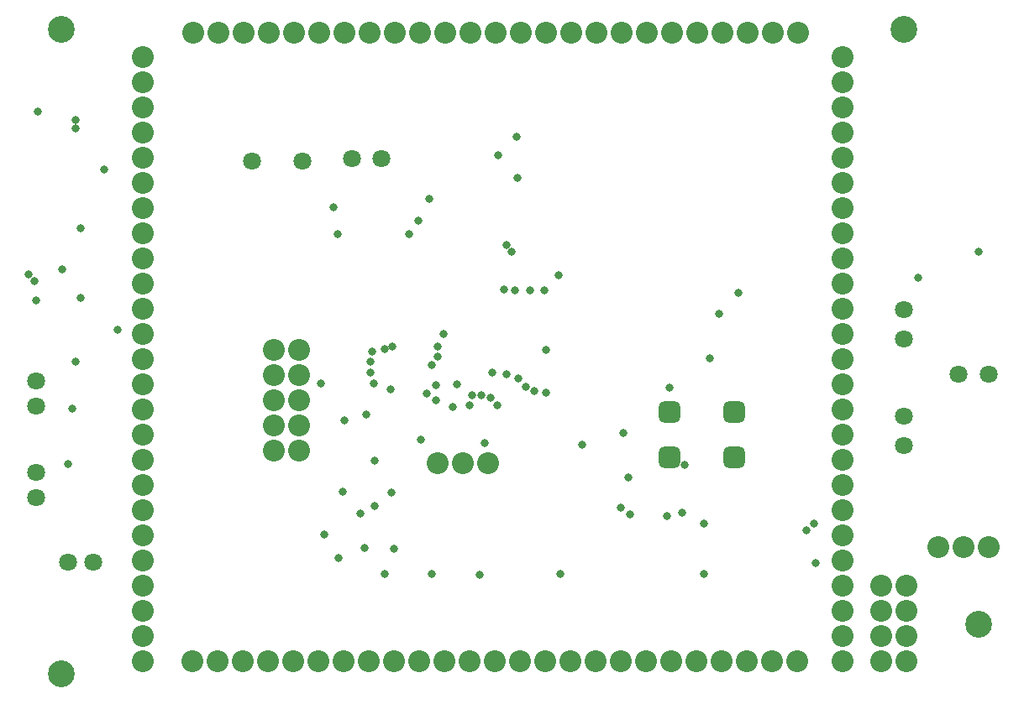
<source format=gbs>
%FSTAX44Y44*%
%MOMM*%
%SFA1B1*%

%IPPOS*%
%AMD49*
4,1,8,-0.500380,-1.102360,0.500380,-1.102360,1.102360,-0.500380,1.102360,0.500380,0.500380,1.102360,-0.500380,1.102360,-1.102360,0.500380,-1.102360,-0.500380,-0.500380,-1.102360,0.0*
1,1,1.203200,-0.500380,-0.500380*
1,1,1.203200,0.500380,-0.500380*
1,1,1.203200,0.500380,0.500380*
1,1,1.203200,-0.500380,0.500380*
%
G04~CAMADD=49~8~0.0~0.0~867.4~867.4~236.9~0.0~15~0.0~0.0~0.0~0.0~0~0.0~0.0~0.0~0.0~0~0.0~0.0~0.0~180.0~868.0~868.0*
%ADD49D49*%
%ADD50C,2.703195*%
%ADD51C,1.803196*%
%ADD52C,2.203196*%
%ADD53C,0.803198*%
%LNpcbat2560ver1-1*%
%LPD*%
G54D49*
X00743249Y00313858D03*
Y00268859D03*
X00678249D03*
Y00313858D03*
G54D50*
X00914999Y00699999D03*
X00989999Y00099999D03*
X00064999Y00049999D03*
Y00699999D03*
G54D51*
X00097899Y00162499D03*
X00072499D03*
X00969999Y00352499D03*
X00999999D03*
X00914999Y00387499D03*
Y00417499D03*
X00039999Y00252899D03*
Y00227499D03*
Y00319999D03*
Y00345399D03*
X00357999Y00569499D03*
X00387999D03*
X00307999Y00566999D03*
X00257999D03*
X00914999Y00309999D03*
Y00279999D03*
G54D52*
X00949599Y00177499D03*
X00974999D03*
X01000398Y00177498D03*
X00305398Y003258D03*
X00305399Y00351199D03*
Y00376599D03*
X00279999D03*
Y00351199D03*
X00279998Y003258D03*
X00305399Y00274999D03*
Y00300399D03*
X00279999D03*
Y00274999D03*
X00807799Y00696998D03*
X00782399D03*
X007316Y00696999D03*
X00757D03*
X00655401Y00697D03*
X00630001D03*
X006808Y00696999D03*
X007062D03*
X00503001Y00697D03*
X00477601D03*
X00426801Y00697001D03*
X00452201D03*
X00553801Y00697D03*
X00528401D03*
X005792Y00696999D03*
X006046D03*
X00299801Y00697D03*
X00274401D03*
X00223601Y00697001D03*
X00249001D03*
X00350601Y00697D03*
X00325201D03*
X00376Y00696999D03*
X004014D03*
X001982D03*
X001475Y00672498D03*
Y00647098D03*
X00147499Y00596299D03*
Y00621699D03*
X00147498Y005201D03*
Y004947D03*
X00147499Y00545499D03*
Y00570899D03*
X00147498Y003677D03*
Y003423D03*
X00147497Y00291501D03*
Y00316901D03*
X00147498Y004185D03*
Y003931D03*
X00147499Y00443899D03*
Y00469299D03*
X00147498Y001645D03*
Y001391D03*
X00147497Y00088301D03*
Y00113701D03*
X00147498Y002153D03*
Y001899D03*
X00147499Y00240699D03*
Y00266099D03*
Y00062899D03*
X00444599Y00262499D03*
X00495399D03*
X00469999D03*
X00852498Y00062498D03*
Y00087898D03*
X00852499Y00138697D03*
Y00113297D03*
X008525Y00214897D03*
Y00240297D03*
X00852499Y00189497D03*
Y00164097D03*
X008525Y00367297D03*
Y00392697D03*
X00852501Y00443496D03*
Y00418096D03*
X008525Y00316497D03*
Y00341897D03*
X00852499Y00291097D03*
Y00265697D03*
X008525Y00570497D03*
Y00595897D03*
X00852501Y00646696D03*
Y00621296D03*
X008525Y00519697D03*
Y00545097D03*
X00852499Y00494297D03*
Y00468897D03*
Y00672097D03*
X00917498Y001387D03*
Y001133D03*
X00917497Y00087901D03*
X00917498Y000625D03*
X00892098D03*
X00892097Y00087901D03*
X00892098Y001133D03*
Y001387D03*
X00197801Y00062501D03*
X00223201D03*
X00274Y000625D03*
X002486D03*
X00350199Y00062499D03*
X00375599D03*
X003248Y000625D03*
X002994D03*
X00502599Y00062499D03*
X00527999D03*
X00578798Y00062498D03*
X00553398D03*
X00451799Y00062499D03*
X00477199D03*
X004264Y000625D03*
X00401D03*
X00705799Y00062499D03*
X00731199D03*
X00781998Y00062498D03*
X00756598D03*
X00654999Y00062499D03*
X00680399D03*
X006296Y000625D03*
X006042D03*
X008074D03*
G54D53*
X00628999Y00217999D03*
X00690999Y00212999D03*
X00693999Y00260999D03*
X00638999Y00210999D03*
X00675999Y00208999D03*
X00816108Y00195108D03*
X00747999Y00433999D03*
X00727999Y00412999D03*
X00928999Y00449999D03*
X00589999Y00280999D03*
X00636999Y00247999D03*
X00566999Y00451999D03*
X00084999Y00499999D03*
X00989999Y00475999D03*
X00524999Y00549999D03*
X00523999Y00591999D03*
X00505999Y00572999D03*
X00435999Y00528999D03*
X00108999Y00558999D03*
X00041999Y00616999D03*
X00075999Y00317999D03*
X00065999Y00457999D03*
X00039999Y00426999D03*
X00084999Y00428999D03*
X00071999Y00261999D03*
X00329999Y00190999D03*
X00348999Y00233999D03*
X00344999Y00166999D03*
X00400999Y00175999D03*
X00370999Y00176999D03*
X00444999Y00379999D03*
Y00369999D03*
X00438999Y00361999D03*
X00450999Y00392999D03*
X00398998Y00379998D03*
X00390999Y00377999D03*
X00378999Y00374999D03*
X00376999Y00364999D03*
Y00353999D03*
X00350999Y00305999D03*
X00396999Y00336999D03*
X00379999Y00342999D03*
X00326999D03*
X00372999Y00311999D03*
X00442999Y00325999D03*
Y00340999D03*
X00463999Y00341999D03*
X00381Y00264999D03*
Y00218999D03*
X00366999Y00211999D03*
X00427999Y00285999D03*
X00390999Y00150999D03*
X00438999D03*
X00486999Y00149999D03*
X00567999Y00150999D03*
X00712999D03*
Y00201999D03*
X00823999D03*
X00121999Y00396999D03*
X00079999Y00364999D03*
Y00608999D03*
Y00599999D03*
X00032196Y00452802D03*
X0003856Y00446438D03*
X00476999Y00320999D03*
X00433999Y00332999D03*
X00397999Y00232999D03*
X00491999Y00282999D03*
X00478999Y00330999D03*
X00488999D03*
X00497999Y00328999D03*
X00718999Y00367999D03*
X00499999Y00353999D03*
X00553999Y00376999D03*
X00513999Y00351999D03*
X00525999Y00347999D03*
X00533999Y00339999D03*
X00541999Y00334999D03*
X00553999Y00333999D03*
X00825999Y00161999D03*
X00522999Y00436999D03*
X00511999Y00437999D03*
X00518999Y00475999D03*
X00513999Y00482999D03*
X00343999Y00493999D03*
X00415999D03*
X00339999Y00520999D03*
X00424999Y00506999D03*
X00551999Y00436999D03*
X00459999Y00318999D03*
X00537999Y00436999D03*
X00504999Y00320999D03*
X00631999Y00292999D03*
X00677999Y00338999D03*
M02*
</source>
